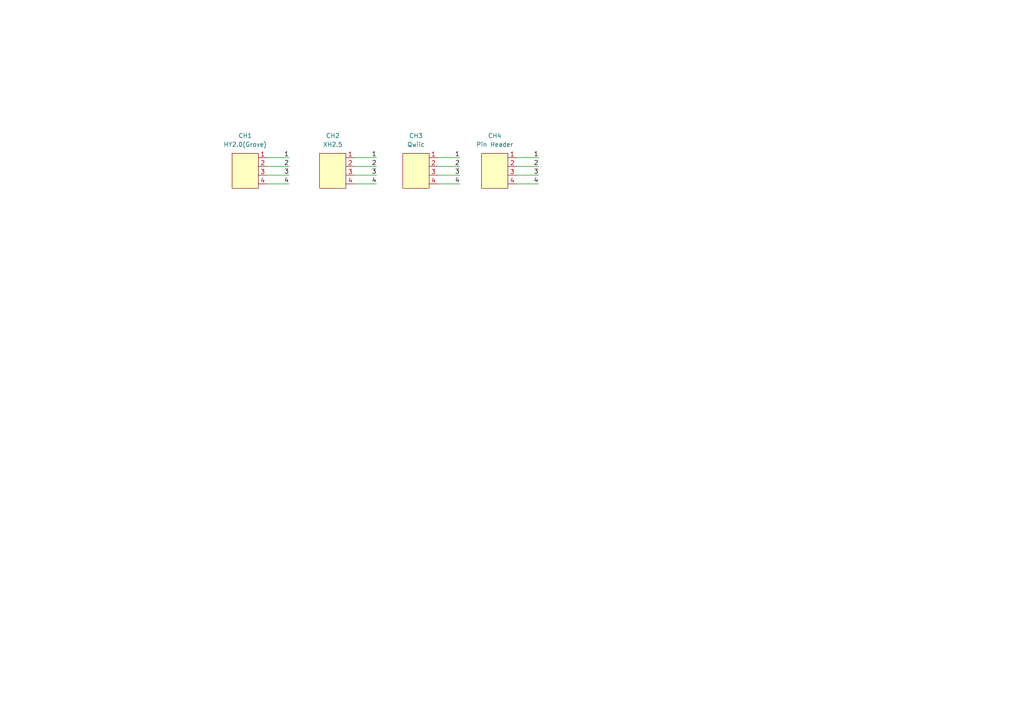
<source format=kicad_sch>
(kicad_sch (version 20230121) (generator eeschema)
  (paper "A4")
  (title_block (title "Conv3") (rev "1.0.0"))
  (lib_symbols
    (symbol "$74th:4Pin"
      (property "Reference" "CH" (at 0 2.54 0))
      (property "Value" "4Pin" (at 0 5.08 0))
      (symbol "4Pin_0_1"
        (rectangle (start -3.81 1.27) (end 3.81 -8.89) (stroke (width 0.1524)) (fill (type background)))
      )
      (symbol "4Pin_1_1"
        (pin bidirectional line (at 6.35 0 180) (length 2.54) (name "") (number "1"))
        (pin bidirectional line (at 6.35 -2.54 180) (length 2.54) (name "") (number "2"))
        (pin bidirectional line (at 6.35 -5.08 180) (length 2.54) (name "") (number "3"))
        (pin bidirectional line (at 6.35 -7.62 180) (length 2.54) (name "") (number "4"))
      )
    )
  )
  (wire (pts (xy 102.87 53.34) (xy 109.22 53.34)))
  (wire (pts (xy 77.47 48.26) (xy 83.82 48.26)))
  (wire (pts (xy 127 50.8) (xy 133.35 50.8)))
  (wire (pts (xy 102.87 48.26) (xy 109.22 48.26)))
  (wire (pts (xy 149.86 48.26) (xy 156.21 48.26)))
  (wire (pts (xy 77.47 45.72) (xy 83.82 45.72)))
  (wire (pts (xy 77.47 53.34) (xy 83.82 53.34)))
  (wire (pts (xy 127 48.26) (xy 133.35 48.26)))
  (wire (pts (xy 102.87 50.8) (xy 109.22 50.8)))
  (wire (pts (xy 149.86 45.72) (xy 156.21 45.72)))
  (wire (pts (xy 77.47 50.8) (xy 83.82 50.8)))
  (wire (pts (xy 149.86 50.8) (xy 156.21 50.8)))
  (wire (pts (xy 127 53.34) (xy 133.35 53.34)))
  (wire (pts (xy 102.87 45.72) (xy 109.22 45.72)))
  (wire (pts (xy 149.86 53.34) (xy 156.21 53.34)))
  (wire (pts (xy 127 45.72) (xy 133.35 45.72)))
  (label "2" (at 133.35 48.26 180))
  (label "3" (at 83.82 50.8 180))
  (label "1" (at 156.21 45.72 180))
  (label "1" (at 83.82 45.72 180))
  (label "4" (at 83.82 53.34 180))
  (label "3" (at 156.21 50.8 180))
  (label "1" (at 133.35 45.72 180))
  (label "3" (at 109.22 50.8 180))
  (label "4" (at 109.22 53.34 180))
  (label "2" (at 83.82 48.26 180))
  (label "3" (at 133.35 50.8 180))
  (label "4" (at 133.35 53.34 180))
  (label "4" (at 156.21 53.34 180))
  (label "2" (at 156.21 48.26 180))
  (label "2" (at 109.22 48.26 180))
  (label "1" (at 109.22 45.72 180))
  (symbol (lib_id "$74th:4Pin") (at 96.52 45.72 0) (unit 1)
    (property "Reference" "CH2" (at 96.52 39.37 0))
    (property "Value" "XH2.5" (at 96.52 41.91 0))
    (property "Footprint" "Connector_JST:JST_XH_B4B-XH-A_1x04_P2.50mm_Vertical" (effects hide))
  )
  (symbol (lib_id "$74th:4Pin") (at 71.12 45.72 0) (unit 1)
    (property "Reference" "CH1" (at 71.12 39.37 0))
    (property "Value" "HY2.0(Grove)" (at 71.12 41.91 0))
    (property "Footprint" "$74th:HY2.0_Socket_TH_4Pin" (effects hide))
  )
  (symbol (lib_id "$74th:4Pin") (at 143.51 45.72 0) (unit 1)
    (property "Reference" "CH4" (at 143.51 39.37 0))
    (property "Value" "Pin Header" (at 143.51 41.91 0))
    (property "Footprint" "$74th:4Pin" (effects hide))
  )
  (symbol (lib_id "$74th:4Pin") (at 120.65 45.72 0) (unit 1)
    (property "Reference" "CH3" (at 120.65 39.37 0))
    (property "Value" "Qwiic" (at 120.65 41.91 0))
    (property "Footprint" "$74th-imported:Qwick_connector" (effects hide))
  )
)
</source>
